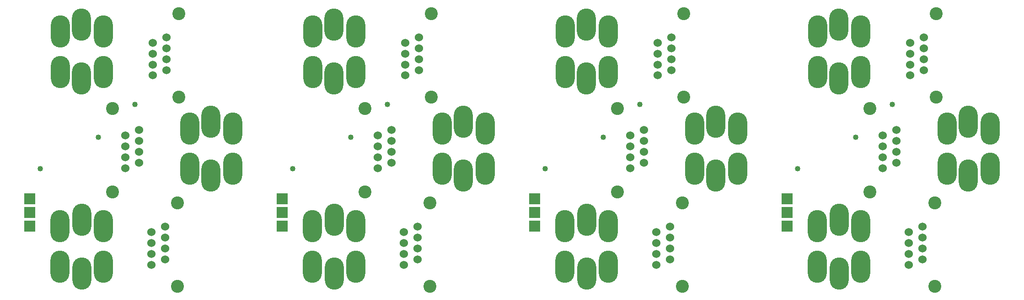
<source format=gbr>
%FSLAX23Y23*%
%MOIN*%
%ADD19O,0.13780X0.23622*%
%ADD14R,0.08000X0.08000*%
%ADD70C,0.04000*%
%ADD11C,0.06000*%
%ADD12C,0.09449*%
X000Y000D02*
D02*
D11*
X807Y1374D03*
X807Y1214D03*
X807Y1134D03*
X808Y1294D03*
X907Y1334D03*
X907Y1174D03*
X908Y1413D03*
X908Y1254D03*
X997Y586D03*
X997Y427D03*
X998Y666D03*
X998Y506D03*
X1007Y1971D03*
X1007Y1812D03*
X1008Y2051D03*
X1008Y1891D03*
X1097Y546D03*
X1098Y706D03*
X1098Y626D03*
X1098Y466D03*
X1107Y1931D03*
X1108Y2091D03*
X1108Y2011D03*
X1108Y1851D03*
X2647Y1374D03*
X2647Y1214D03*
X2647Y1134D03*
X2648Y1294D03*
X2747Y1334D03*
X2747Y1174D03*
X2748Y1413D03*
X2748Y1254D03*
X2837Y586D03*
X2837Y427D03*
X2838Y666D03*
X2838Y506D03*
X2847Y1971D03*
X2847Y1812D03*
X2848Y2051D03*
X2848Y1891D03*
X2937Y546D03*
X2938Y706D03*
X2938Y626D03*
X2938Y466D03*
X2947Y1931D03*
X2948Y2091D03*
X2948Y2011D03*
X2948Y1851D03*
X4487Y1374D03*
X4487Y1214D03*
X4487Y1134D03*
X4488Y1294D03*
X4587Y1334D03*
X4587Y1174D03*
X4588Y1413D03*
X4588Y1254D03*
X4677Y586D03*
X4677Y427D03*
X4678Y666D03*
X4678Y506D03*
X4687Y1971D03*
X4687Y1812D03*
X4688Y2051D03*
X4688Y1891D03*
X4777Y546D03*
X4778Y706D03*
X4778Y626D03*
X4778Y466D03*
X4787Y1931D03*
X4788Y2091D03*
X4788Y2011D03*
X4788Y1851D03*
X6327Y1374D03*
X6327Y1214D03*
X6327Y1134D03*
X6328Y1294D03*
X6427Y1334D03*
X6427Y1174D03*
X6428Y1413D03*
X6428Y1254D03*
X6517Y586D03*
X6517Y427D03*
X6518Y666D03*
X6518Y506D03*
X6527Y1971D03*
X6527Y1812D03*
X6528Y2051D03*
X6528Y1891D03*
X6617Y546D03*
X6618Y706D03*
X6618Y626D03*
X6618Y466D03*
X6627Y1931D03*
X6628Y2091D03*
X6628Y2011D03*
X6628Y1851D03*
D02*
D12*
X716Y961D03*
Y1571D03*
X1189Y269D03*
Y879D03*
X1199Y1654D03*
Y2264D03*
X2556Y961D03*
Y1571D03*
X3029Y269D03*
Y879D03*
X3039Y1654D03*
Y2264D03*
X4396Y961D03*
Y1571D03*
X4869Y269D03*
Y879D03*
X4879Y1654D03*
Y2264D03*
X6236Y961D03*
Y1571D03*
X6709Y269D03*
Y879D03*
X6719Y1654D03*
Y2264D03*
D02*
D14*
X113Y710D03*
Y910D03*
X113Y810D03*
X1952Y710D03*
Y910D03*
X1953Y810D03*
X3793Y710D03*
Y910D03*
X3793Y810D03*
X5633Y710D03*
Y910D03*
X5633Y810D03*
D02*
D19*
X332Y413D03*
Y708D03*
X335Y2132D03*
X335Y1837D03*
X490Y2182D03*
X490Y1788D03*
X491Y757D03*
X492Y363D03*
X647Y708D03*
X647Y413D03*
X650Y1837D03*
Y2132D03*
X1277Y1423D03*
X1277Y1128D03*
X1432Y1473D03*
X1433Y1079D03*
X1592Y1128D03*
Y1423D03*
X2172Y413D03*
Y708D03*
X2175Y2132D03*
X2175Y1837D03*
X2330Y2182D03*
X2330Y1788D03*
X2331Y757D03*
X2332Y363D03*
X2487Y708D03*
X2487Y413D03*
X2490Y1837D03*
Y2132D03*
X3117Y1423D03*
X3117Y1128D03*
X3272Y1473D03*
X3273Y1079D03*
X3432Y1128D03*
Y1423D03*
X4012Y413D03*
Y708D03*
X4015Y2132D03*
X4015Y1837D03*
X4170Y2182D03*
X4170Y1788D03*
X4171Y757D03*
X4172Y363D03*
X4327Y708D03*
X4327Y413D03*
X4330Y1837D03*
Y2132D03*
X4957Y1423D03*
X4957Y1128D03*
X5112Y1473D03*
X5113Y1079D03*
X5272Y1128D03*
Y1423D03*
X5852Y413D03*
Y708D03*
X5855Y2132D03*
X5855Y1837D03*
X6010Y2182D03*
X6010Y1788D03*
X6011Y757D03*
X6012Y363D03*
X6167Y708D03*
X6167Y413D03*
X6170Y1837D03*
Y2132D03*
X6797Y1423D03*
X6797Y1128D03*
X6952Y1473D03*
X6953Y1079D03*
X7112Y1128D03*
Y1423D03*
D02*
D70*
X188Y1130D03*
X613Y1360D03*
X877Y1600D03*
X2027Y1130D03*
X2453Y1360D03*
X2717Y1600D03*
X3868Y1130D03*
X4293Y1360D03*
X4558Y1600D03*
X5707Y1130D03*
X6133Y1360D03*
X6398Y1600D03*
X000Y000D02*
M02*

</source>
